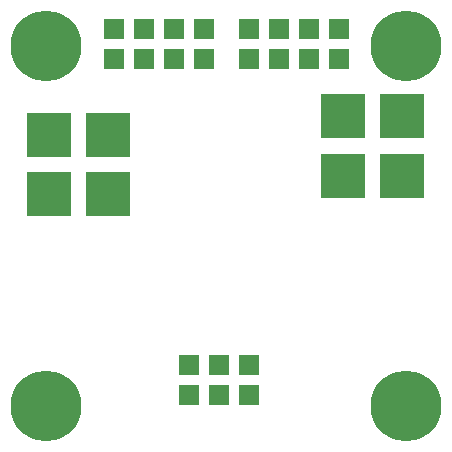
<source format=gbr>
G04 #@! TF.FileFunction,Soldermask,Top*
%FSLAX46Y46*%
G04 Gerber Fmt 4.6, Leading zero omitted, Abs format (unit mm)*
G04 Created by KiCad (PCBNEW 0.201412101631+5319~19~ubuntu14.04.1-product) date St 10. prosinec 2014, 23:05:16 CET*
%MOMM*%
G01*
G04 APERTURE LIST*
%ADD10C,0.100000*%
%ADD11R,1.651000X1.651000*%
%ADD12C,6.000000*%
%ADD13R,3.810000X3.810000*%
G04 APERTURE END LIST*
D10*
D11*
X15875000Y34417000D03*
X15875000Y36957000D03*
X10795000Y34417000D03*
X13335000Y34417000D03*
X18415000Y34417000D03*
X18415000Y36957000D03*
X13335000Y36957000D03*
X10795000Y36957000D03*
X22288500Y6032500D03*
X22288500Y8572500D03*
X19748500Y6032500D03*
X19748500Y8572500D03*
X17208500Y6032500D03*
X17208500Y8572500D03*
X24765000Y36957000D03*
X24765000Y34417000D03*
X29845000Y36957000D03*
X27305000Y36957000D03*
X22225000Y36957000D03*
X22225000Y34417000D03*
X27305000Y34417000D03*
X29845000Y34417000D03*
D12*
X35560000Y5080000D03*
X5080000Y35560000D03*
X5080000Y5080000D03*
X35560000Y35560000D03*
D13*
X35226000Y29591000D03*
X30226000Y29591000D03*
X35226000Y24574500D03*
X30226000Y24574500D03*
X5350500Y28003500D03*
X10350500Y28003500D03*
X5350500Y22987000D03*
X10350500Y22987000D03*
M02*

</source>
